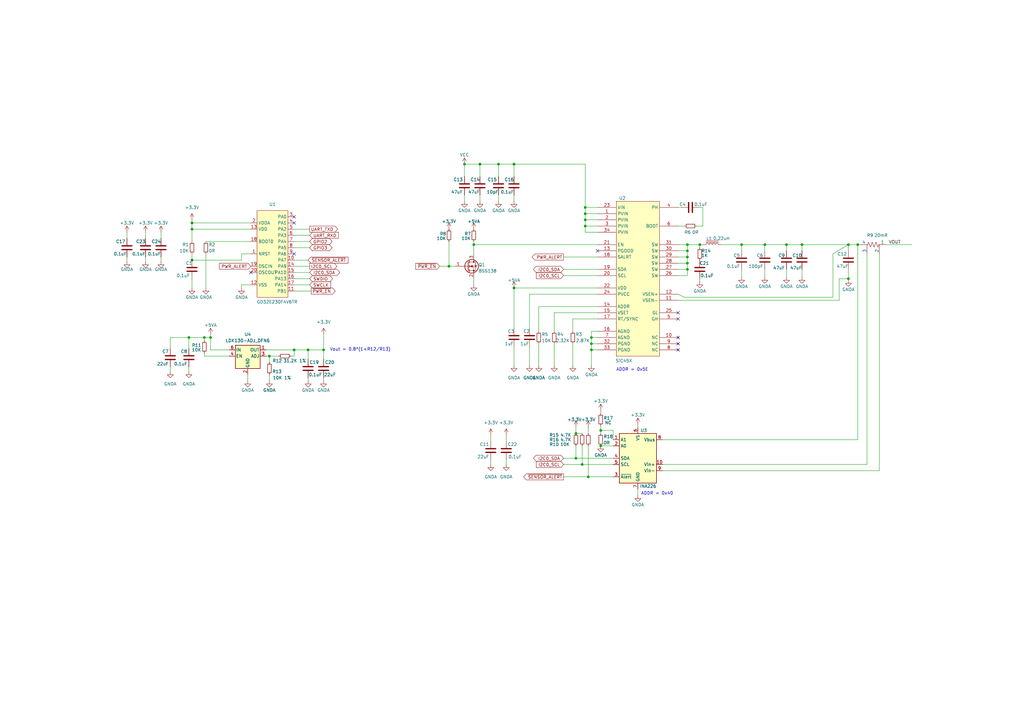
<source format=kicad_sch>
(kicad_sch (version 20230121) (generator eeschema)
  (paper "A3")
  (lib_symbols
    (symbol "Device:C" (pin_numbers hide) (pin_names (offset 0.254))
      (property "Reference" "C" (at 0.635 2.54 0))
      (property "Value" "C" (at 0.635 -2.54 0))
      (symbol "C_0_1"
        (polyline (pts (xy -2.032 -0.762) (xy 2.032 -0.762)) (stroke (width 0.508)))
        (polyline (pts (xy -2.032 0.762) (xy 2.032 0.762)) (stroke (width 0.508)))
      )
      (symbol "C_1_1"
        (pin passive line (at 0 3.81 270) (length 2.794) (name "~") (number "1"))
        (pin passive line (at 0 -3.81 90) (length 2.794) (name "~") (number "2"))
      )
    )
    (symbol "Device:L_Iron" (pin_numbers hide) (pin_names (offset 1.016) hide)
      (property "Reference" "L" (at -1.27 0 90))
      (property "Value" "L_Iron" (at 2.794 0 90))
      (symbol "L_Iron_0_1"
        (arc (start 0 -2.54) (mid 0.6323 -1.905) (end 0 -1.27))
        (arc (start 0 -1.27) (mid 0.6323 -0.635) (end 0 0))
        (polyline (pts (xy 1.016 2.54) (xy 1.016 -2.54)))
        (polyline (pts (xy 1.524 -2.54) (xy 1.524 2.54)))
        (arc (start 0 0) (mid 0.6323 0.635) (end 0 1.27))
        (arc (start 0 1.27) (mid 0.6323 1.905) (end 0 2.54))
      )
      (symbol "L_Iron_1_1"
        (pin passive line (at 0 3.81 270) (length 1.27) (name "1") (number "1"))
        (pin passive line (at 0 -3.81 90) (length 1.27) (name "2") (number "2"))
      )
    )
    (symbol "Device:R_Shunt_US" (pin_numbers hide) (pin_names (offset 0))
      (property "Reference" "R" (at -5.08 0 90))
      (property "Value" "R_Shunt_US" (at -3.048 0 90))
      (symbol "R_Shunt_US_1_1"
        (polyline (pts (xy 0 -2.54) (xy 1.27 -2.54)))
        (polyline (pts (xy 0 -2.286) (xy 0 -2.54)))
        (polyline (pts (xy 0 2.286) (xy 0 2.54)))
        (polyline (pts (xy 1.27 2.54) (xy 0 2.54)))
        (polyline (pts (xy 0 -0.762) (xy 1.016 -1.143) (xy 0 -1.524) (xy -1.016 -1.905) (xy 0 -2.286)))
        (polyline (pts (xy 0 0.762) (xy 1.016 0.381) (xy 0 0) (xy -1.016 -0.381) (xy 0 -0.762)))
        (polyline (pts (xy 0 2.286) (xy 1.016 1.905) (xy 0 1.524) (xy -1.016 1.143) (xy 0 0.762)))
        (pin passive line (at 0 5.08 270) (length 2.54) (name "1") (number "1"))
        (pin passive line (at 3.81 2.54 180) (length 2.54) (name "2") (number "2"))
        (pin passive line (at 3.81 -2.54 180) (length 2.54) (name "3") (number "3"))
        (pin passive line (at 0 -5.08 90) (length 2.54) (name "4") (number "4"))
      )
    )
    (symbol "Device:R_Small" (pin_numbers hide) (pin_names (offset 0.254) hide)
      (property "Reference" "R" (at 0.762 0.508 0))
      (property "Value" "R_Small" (at 0.762 -1.016 0))
      (symbol "R_Small_0_1"
        (rectangle (start -0.762 1.778) (end 0.762 -1.778) (stroke (width 0.2032)))
      )
      (symbol "R_Small_1_1"
        (pin passive line (at 0 2.54 270) (length 0.762) (name "~") (number "1"))
        (pin passive line (at 0 -2.54 90) (length 0.762) (name "~") (number "2"))
      )
    )
    (symbol "Regulator_Linear:LDK130-ADJ_DFN6" (pin_names (offset 0.254))
      (property "Reference" "U" (at -3.81 5.715 0))
      (property "Value" "LDK130-ADJ_DFN6" (at 0 5.715 0))
      (symbol "LDK130-ADJ_DFN6_0_1"
        (rectangle (start -5.08 4.445) (end 5.08 -5.08) (stroke (width 0.254)) (fill (type background)))
      )
      (symbol "LDK130-ADJ_DFN6_1_1"
        (pin power_out line (at 7.62 2.54 180) (length 2.54) (name "OUT") (number "1"))
        (pin power_in line (at 0 -7.62 90) (length 2.54) (name "GND") (number "2"))
        (pin input line (at 7.62 0 180) (length 2.54) (name "ADJ") (number "3"))
        (pin input line (at -7.62 0 0) (length 2.54) (name "EN") (number "4"))
        (pin no_connect line (at -5.08 -2.54 0) (length 2.54) hide (name "NC") (number "5"))
        (pin power_in line (at -7.62 2.54 0) (length 2.54) (name "IN") (number "6"))
      )
    )
    (symbol "Sensor_Energy:INA226"
      (property "Reference" "U" (at -6.35 11.43 0))
      (property "Value" "INA226" (at 3.81 11.43 0))
      (symbol "INA226_0_1"
        (rectangle (start 7.62 10.16) (end -7.62 -10.16) (stroke (width 0.254)) (fill (type background)))
      )
      (symbol "INA226_1_1"
        (pin input line (at 10.16 7.62 180) (length 2.54) (name "A1") (number "1"))
        (pin input line (at -10.16 -2.54 0) (length 2.54) (name "Vin+") (number "10"))
        (pin input line (at 10.16 5.08 180) (length 2.54) (name "A0") (number "2"))
        (pin open_collector line (at 10.16 -7.62 180) (length 2.54) (name "~{Alert}") (number "3"))
        (pin bidirectional line (at 10.16 0 180) (length 2.54) (name "SDA") (number "4"))
        (pin input line (at 10.16 -2.54 180) (length 2.54) (name "SCL") (number "5"))
        (pin power_in line (at 0 12.7 270) (length 2.54) (name "VS") (number "6"))
        (pin power_in line (at 0 -12.7 90) (length 2.54) (name "GND") (number "7"))
        (pin input line (at -10.16 7.62 0) (length 2.54) (name "Vbus") (number "8"))
        (pin input line (at -10.16 -5.08 0) (length 2.54) (name "Vin-") (number "9"))
      )
    )
    (symbol "Transistor_FET:BSS138" (pin_names hide)
      (property "Reference" "Q" (at 5.08 1.905 0))
      (property "Value" "BSS138" (at 5.08 0 0))
      (symbol "BSS138_0_1"
        (polyline (pts (xy 0.254 0) (xy -2.54 0)))
        (polyline (pts (xy 0.254 1.905) (xy 0.254 -1.905)) (stroke (width 0.254)))
        (polyline (pts (xy 0.762 -1.27) (xy 0.762 -2.286)) (stroke (width 0.254)))
        (polyline (pts (xy 0.762 0.508) (xy 0.762 -0.508)) (stroke (width 0.254)))
        (polyline (pts (xy 0.762 2.286) (xy 0.762 1.27)) (stroke (width 0.254)))
        (polyline (pts (xy 2.54 2.54) (xy 2.54 1.778)))
        (polyline (pts (xy 2.54 -2.54) (xy 2.54 0) (xy 0.762 0)))
        (polyline (pts (xy 0.762 -1.778) (xy 3.302 -1.778) (xy 3.302 1.778) (xy 0.762 1.778)))
        (polyline (pts (xy 1.016 0) (xy 2.032 0.381) (xy 2.032 -0.381) (xy 1.016 0)) (fill (type outline)))
        (polyline (pts (xy 2.794 0.508) (xy 2.921 0.381) (xy 3.683 0.381) (xy 3.81 0.254)))
        (polyline (pts (xy 3.302 0.381) (xy 2.921 -0.254) (xy 3.683 -0.254) (xy 3.302 0.381)))
        (circle (center 1.651 0) (radius 2.794) (stroke (width 0.254)))
        (circle (center 2.54 -1.778) (radius 0.254) (fill (type outline)))
        (circle (center 2.54 1.778) (radius 0.254) (fill (type outline)))
      )
      (symbol "BSS138_1_1"
        (pin input line (at -5.08 0 0) (length 2.54) (name "G") (number "1"))
        (pin passive line (at 2.54 -5.08 90) (length 2.54) (name "S") (number "2"))
        (pin passive line (at 2.54 5.08 270) (length 2.54) (name "D") (number "3"))
      )
    )
    (symbol "kiCadLib:GD32E230F4V6TR"
      (property "Reference" "U" (at 2.54 38.1 0))
      (symbol "GD32E230F4V6TR_1_1"
        (rectangle (start 0 35.56) (end 12.7 0) (fill (type background)))
        (pin passive line (at -2.54 17.78 0) (length 2.54) (name "NRST") (number "1"))
        (pin passive line (at 15.24 15.24 180) (length 2.54) (name "PA7") (number "10"))
        (pin passive line (at 15.24 2.54 180) (length 2.54) (name "PB1") (number "11"))
        (pin passive line (at -2.54 5.08 0) (length 2.54) (name "VSS") (number "12"))
        (pin passive line (at -2.54 27.94 0) (length 2.54) (name "VDD") (number "13"))
        (pin passive line (at 15.24 12.7 180) (length 2.54) (name "PA9") (number "14"))
        (pin passive line (at 15.24 10.16 180) (length 2.54) (name "PA10") (number "15"))
        (pin passive line (at 15.24 7.62 180) (length 2.54) (name "PA13") (number "16"))
        (pin passive line (at 15.24 5.08 180) (length 2.54) (name "PA14") (number "17"))
        (pin passive line (at -2.54 22.86 0) (length 2.54) (name "BOOT0") (number "18"))
        (pin passive line (at -2.54 12.7 0) (length 2.54) (name "OSCIN") (number "19"))
        (pin passive line (at -2.54 30.48 0) (length 2.54) (name "VDDA") (number "2"))
        (pin passive line (at -2.54 10.16 0) (length 2.54) (name "OSCOUT") (number "20"))
        (pin passive line (at 15.24 33.02 180) (length 2.54) (name "PA0") (number "3"))
        (pin passive line (at 15.24 30.48 180) (length 2.54) (name "PA1") (number "4"))
        (pin passive line (at 15.24 27.94 180) (length 2.54) (name "PA2") (number "5"))
        (pin passive line (at 15.24 25.4 180) (length 2.54) (name "PA3") (number "6"))
        (pin passive line (at 15.24 22.86 180) (length 2.54) (name "PA4") (number "7"))
        (pin passive line (at 15.24 20.32 180) (length 2.54) (name "PA5") (number "8"))
        (pin passive line (at 15.24 17.78 180) (length 2.54) (name "PA6") (number "9"))
      )
    )
    (symbol "kiCadLib:SIC450ED"
      (property "Reference" "U2" (at 5.08 66.04 0))
      (property "Value" "~" (at 0 66.04 0))
      (symbol "SIC450ED_0_1"
        (pin power_in line (at -7.62 58.42 0) (length 7.62) (name "PVIN") (number "1"))
        (pin no_connect line (at 25.4 7.62 180) (length 7.62) (name "NC") (number "10"))
        (pin unspecified line (at 25.4 22.86 180) (length 7.62) (name "VSEN-") (number "11"))
        (pin unspecified line (at 25.4 25.4 180) (length 7.62) (name "VSEN+") (number "12"))
        (pin power_in line (at -7.62 43.18 0) (length 7.62) (name "PGOOD") (number "13"))
        (pin unspecified line (at -7.62 20.32 0) (length 7.62) (name "ADDR") (number "14"))
        (pin unspecified line (at -7.62 17.78 0) (length 7.62) (name "VSET") (number "15"))
        (pin power_out line (at -7.62 10.16 0) (length 7.62) (name "AGND") (number "16"))
        (pin unspecified line (at -7.62 15.24 0) (length 7.62) (name "RT/SYNC") (number "17"))
        (pin unspecified line (at -7.62 40.64 0) (length 7.62) (name "SALRT") (number "18"))
        (pin bidirectional line (at -7.62 35.56 0) (length 7.62) (name "SDA") (number "19"))
        (pin power_in line (at -7.62 55.88 0) (length 7.62) (name "PVIN") (number "2"))
        (pin input line (at -7.62 33.02 0) (length 7.62) (name "SCL") (number "20"))
        (pin input line (at -7.62 45.72 0) (length 7.62) (name "EN") (number "21"))
        (pin power_in line (at -7.62 27.94 0) (length 7.62) (name "VDD") (number "22"))
        (pin power_in line (at -7.62 60.96 0) (length 7.62) (name "VIN") (number "23"))
        (pin power_in line (at -7.62 25.4 0) (length 7.62) (name "PVCC") (number "24"))
        (pin unspecified line (at 25.4 17.78 180) (length 7.62) (name "GL") (number "25"))
        (pin unspecified line (at 25.4 33.02 180) (length 7.62) (name "SW") (number "26"))
        (pin unspecified line (at 25.4 35.56 180) (length 7.62) (name "SW") (number "27"))
        (pin unspecified line (at 25.4 38.1 180) (length 7.62) (name "SW") (number "28"))
        (pin unspecified line (at 25.4 40.64 180) (length 7.62) (name "SW") (number "29"))
        (pin power_in line (at -7.62 53.34 0) (length 7.62) (name "PVIN") (number "3"))
        (pin unspecified line (at 25.4 43.18 180) (length 7.62) (name "SW") (number "30"))
        (pin unspecified line (at 25.4 45.72 180) (length 7.62) (name "SW") (number "31"))
        (pin power_out line (at -7.62 5.08 0) (length 7.62) (name "PGND") (number "32"))
        (pin power_out line (at -7.62 2.54 0) (length 7.62) (name "PGND") (number "33"))
        (pin power_in line (at -7.62 50.8 0) (length 7.62) (name "PVIN") (number "34"))
        (pin unspecified line (at 25.4 60.96 180) (length 7.62) (name "PH") (number "4"))
        (pin unspecified line (at 25.4 15.24 180) (length 7.62) (name "GH") (number "5"))
        (pin unspecified line (at 25.4 53.34 180) (length 7.62) (name "BOOT") (number "6"))
        (pin power_out line (at -7.62 7.62 0) (length 7.62) (name "AGND") (number "7"))
        (pin no_connect line (at 25.4 2.54 180) (length 7.62) (name "NC") (number "8"))
        (pin no_connect line (at 25.4 5.08 180) (length 7.62) (name "NC") (number "9"))
      )
      (symbol "SIC450ED_1_1"
        (rectangle (start 0 63.5) (end 17.78 0) (fill (type background)))
      )
    )
    (symbol "power:+3.3V" (power) (pin_names (offset 0))
      (property "Value" "+3.3V" (at 0 3.556 0))
      (symbol "+3.3V_0_1"
        (polyline (pts (xy -0.762 1.27) (xy 0 2.54)))
        (polyline (pts (xy 0 0) (xy 0 2.54)))
        (polyline (pts (xy 0 2.54) (xy 0.762 1.27)))
      )
      (symbol "+3.3V_1_1"
        (pin power_in line (at 0 0 90) (length 0) hide (name "+3.3V") (number "1"))
      )
    )
    (symbol "power:+5VA" (power) (pin_names (offset 0))
      (property "Value" "+5VA" (at 0 3.556 0))
      (symbol "+5VA_0_1"
        (polyline (pts (xy -0.762 1.27) (xy 0 2.54)))
        (polyline (pts (xy 0 0) (xy 0 2.54)))
        (polyline (pts (xy 0 2.54) (xy 0.762 1.27)))
      )
      (symbol "+5VA_1_1"
        (pin power_in line (at 0 0 90) (length 0) hide (name "+5VA") (number "1"))
      )
    )
    (symbol "power:GNDA" (power) (pin_names (offset 0))
      (property "Value" "GNDA" (at 0 -3.81 0))
      (symbol "GNDA_0_1"
        (polyline (pts (xy 0 0) (xy 0 -1.27) (xy 1.27 -1.27) (xy 0 -2.54) (xy -1.27 -1.27) (xy 0 -1.27)))
      )
      (symbol "GNDA_1_1"
        (pin power_in line (at 0 0 270) (length 0) hide (name "GNDA") (number "1"))
      )
    )
    (symbol "power:VCC" (power) (pin_names (offset 0))
      (property "Value" "VCC" (at 0 3.81 0))
      (symbol "VCC_0_1"
        (polyline (pts (xy -0.762 1.27) (xy 0 2.54)))
        (polyline (pts (xy 0 0) (xy 0 2.54)))
        (polyline (pts (xy 0 2.54) (xy 0.762 1.27)))
      )
      (symbol "VCC_1_1"
        (pin power_in line (at 0 0 90) (length 0) hide (name "VCC") (number "1"))
      )
    )
  )
  (junction (at 246.38 176.53))
  (junction (at 347.98 114.3))
  (junction (at 126.365 143.51))
  (junction (at 194.31 100.33))
  (junction (at 78.74 93.98))
  (junction (at 281.94 105.41))
  (junction (at 190.5 67.31))
  (junction (at 242.57 143.51))
  (junction (at 240.03 87.63))
  (junction (at 328.93 100.33))
  (junction (at 241.3 195.58))
  (junction (at 240.03 90.17))
  (junction (at 240.03 92.71))
  (junction (at 281.94 107.95))
  (junction (at 322.58 100.33))
  (junction (at 120.65 143.51))
  (junction (at 210.82 118.11))
  (junction (at 240.03 85.09))
  (junction (at 347.98 100.33))
  (junction (at 78.74 106.68))
  (junction (at 236.22 177.8))
  (junction (at 196.85 67.31))
  (junction (at 238.76 190.5))
  (junction (at 83.82 138.43))
  (junction (at 351.79 100.33))
  (junction (at 86.36 138.43))
  (junction (at 132.715 143.51))
  (junction (at 242.57 138.43))
  (junction (at 78.74 91.44))
  (junction (at 204.47 67.31))
  (junction (at 110.49 146.05))
  (junction (at 77.47 138.43))
  (junction (at 242.57 140.97))
  (junction (at 210.82 67.31))
  (junction (at 246.38 182.88))
  (junction (at 287.02 100.33))
  (junction (at 313.69 100.33))
  (junction (at 304.165 100.33))
  (junction (at 236.22 187.96))
  (junction (at 281.94 100.33))
  (junction (at 281.94 102.87))
  (junction (at 281.94 110.49))
  (junction (at 184.15 109.22))
  (no_connect (at 102.87 111.76))
  (no_connect (at 120.65 88.9))
  (no_connect (at 278.13 130.81))
  (no_connect (at 278.13 128.27))
  (no_connect (at 278.13 143.51))
  (no_connect (at 278.13 138.43))
  (no_connect (at 120.65 104.14))
  (no_connect (at 120.65 91.44))
  (no_connect (at 278.13 140.97))
  (no_connect (at 245.11 102.87))
  (wire (pts (xy 245.11 130.81) (xy 234.95 130.81)))
  (wire (pts (xy 245.11 125.73) (xy 220.98 125.73)))
  (wire (pts (xy 322.58 100.33) (xy 322.58 102.87)))
  (wire (pts (xy 231.14 110.49) (xy 245.11 110.49)))
  (wire (pts (xy 271.78 180.34) (xy 351.79 180.34)))
  (wire (pts (xy 240.03 95.25) (xy 240.03 92.71)))
  (wire (pts (xy 246.38 168.275) (xy 246.38 169.545)))
  (wire (pts (xy 78.74 99.06) (xy 78.74 93.98)))
  (wire (pts (xy 251.46 182.88) (xy 246.38 182.88)))
  (wire (pts (xy 240.03 85.09) (xy 245.11 85.09)))
  (wire (pts (xy 242.57 135.89) (xy 242.57 138.43)))
  (wire (pts (xy 59.69 107.315) (xy 59.69 105.41)))
  (wire (pts (xy 240.03 90.17) (xy 245.11 90.17)))
  (wire (pts (xy 313.69 100.33) (xy 313.69 102.87)))
  (wire (pts (xy 207.645 178.435) (xy 207.645 180.975)))
  (wire (pts (xy 52.07 107.315) (xy 52.07 105.41)))
  (wire (pts (xy 220.98 125.73) (xy 220.98 135.89)))
  (wire (pts (xy 238.76 190.5) (xy 231.14 190.5)))
  (wire (pts (xy 278.13 100.33) (xy 281.94 100.33)))
  (wire (pts (xy 78.74 118.11) (xy 78.74 114.3)))
  (wire (pts (xy 66.04 95.25) (xy 66.04 97.79)))
  (wire (pts (xy 126.365 106.68) (xy 120.65 106.68)))
  (wire (pts (xy 120.65 93.98) (xy 127 93.98)))
  (wire (pts (xy 120.65 99.06) (xy 127 99.06)))
  (wire (pts (xy 59.69 95.25) (xy 59.69 97.79)))
  (wire (pts (xy 251.46 187.96) (xy 236.22 187.96)))
  (wire (pts (xy 86.36 138.43) (xy 86.36 143.51)))
  (wire (pts (xy 241.3 175.26) (xy 241.3 177.8)))
  (wire (pts (xy 241.3 182.88) (xy 241.3 195.58)))
  (wire (pts (xy 245.11 135.89) (xy 242.57 135.89)))
  (wire (pts (xy 245.11 118.11) (xy 210.82 118.11)))
  (wire (pts (xy 281.94 100.33) (xy 287.02 100.33)))
  (wire (pts (xy 281.94 105.41) (xy 281.94 102.87)))
  (wire (pts (xy 351.79 100.33) (xy 353.06 100.33)))
  (wire (pts (xy 242.57 140.97) (xy 242.57 143.51)))
  (wire (pts (xy 93.98 143.51) (xy 86.36 143.51)))
  (wire (pts (xy 120.65 111.76) (xy 127 111.76)))
  (wire (pts (xy 347.98 114.935) (xy 347.98 114.3)))
  (wire (pts (xy 78.74 91.44) (xy 102.87 91.44)))
  (wire (pts (xy 110.49 153.67) (xy 110.49 156.21)))
  (wire (pts (xy 246.38 174.625) (xy 246.38 176.53)))
  (wire (pts (xy 360.68 104.14) (xy 360.68 193.04)))
  (wire (pts (xy 236.22 182.88) (xy 236.22 187.96)))
  (wire (pts (xy 102.87 99.06) (xy 84.455 99.06)))
  (wire (pts (xy 287.02 114.3) (xy 287.02 115.57)))
  (wire (pts (xy 295.91 100.33) (xy 304.165 100.33)))
  (wire (pts (xy 120.65 109.22) (xy 127 109.22)))
  (wire (pts (xy 281.94 113.03) (xy 281.94 110.49)))
  (wire (pts (xy 210.82 67.31) (xy 240.03 67.31)))
  (wire (pts (xy 231.14 113.03) (xy 245.11 113.03)))
  (wire (pts (xy 242.57 138.43) (xy 242.57 140.97)))
  (wire (pts (xy 281.94 102.87) (xy 281.94 100.33)))
  (wire (pts (xy 196.85 82.55) (xy 196.85 80.01)))
  (wire (pts (xy 240.03 92.71) (xy 240.03 90.17)))
  (wire (pts (xy 236.22 175.26) (xy 236.22 177.8)))
  (wire (pts (xy 99.06 104.14) (xy 102.87 104.14)))
  (wire (pts (xy 52.07 97.79) (xy 52.07 95.25)))
  (wire (pts (xy 278.13 105.41) (xy 281.94 105.41)))
  (wire (pts (xy 210.82 82.55) (xy 210.82 80.01)))
  (wire (pts (xy 196.85 67.31) (xy 196.85 72.39)))
  (wire (pts (xy 102.87 116.84) (xy 99.06 116.84)))
  (wire (pts (xy 278.13 123.19) (xy 344.17 123.19)))
  (wire (pts (xy 194.31 100.33) (xy 245.11 100.33)))
  (wire (pts (xy 241.3 195.58) (xy 231.14 195.58)))
  (wire (pts (xy 120.65 116.84) (xy 127 116.84)))
  (wire (pts (xy 280.67 92.71) (xy 278.13 92.71)))
  (wire (pts (xy 207.645 190.5) (xy 207.645 188.595)))
  (wire (pts (xy 242.57 143.51) (xy 242.57 149.86)))
  (wire (pts (xy 236.22 177.8) (xy 238.76 177.8)))
  (wire (pts (xy 110.49 146.05) (xy 114.3 146.05)))
  (wire (pts (xy 236.22 187.96) (xy 231.14 187.96)))
  (wire (pts (xy 313.69 110.49) (xy 313.69 113.665)))
  (wire (pts (xy 240.03 92.71) (xy 245.11 92.71)))
  (wire (pts (xy 242.57 138.43) (xy 245.11 138.43)))
  (wire (pts (xy 83.82 146.05) (xy 83.82 144.78)))
  (wire (pts (xy 271.78 193.04) (xy 360.68 193.04)))
  (wire (pts (xy 201.295 190.5) (xy 201.295 188.595)))
  (wire (pts (xy 245.11 95.25) (xy 240.03 95.25)))
  (wire (pts (xy 101.6 153.67) (xy 101.6 156.21)))
  (wire (pts (xy 245.11 120.65) (xy 217.17 120.65)))
  (wire (pts (xy 261.62 173.99) (xy 261.62 175.26)))
  (wire (pts (xy 261.62 203.2) (xy 261.62 200.66)))
  (wire (pts (xy 278.13 120.65) (xy 280.67 121.92)))
  (wire (pts (xy 110.49 146.05) (xy 110.49 148.59)))
  (wire (pts (xy 102.87 93.98) (xy 78.74 93.98)))
  (wire (pts (xy 120.65 119.38) (xy 127.635 119.38)))
  (wire (pts (xy 347.98 100.33) (xy 347.98 102.87)))
  (wire (pts (xy 132.715 143.51) (xy 126.365 143.51)))
  (wire (pts (xy 322.58 113.665) (xy 322.58 110.49)))
  (wire (pts (xy 184.15 109.22) (xy 186.69 109.22)))
  (wire (pts (xy 120.65 146.05) (xy 119.38 146.05)))
  (wire (pts (xy 278.13 113.03) (xy 281.94 113.03)))
  (wire (pts (xy 278.13 107.95) (xy 281.94 107.95)))
  (wire (pts (xy 287.02 100.33) (xy 287.02 101.6)))
  (wire (pts (xy 190.5 82.55) (xy 190.5 80.01)))
  (wire (pts (xy 322.58 100.33) (xy 328.93 100.33)))
  (wire (pts (xy 344.17 114.3) (xy 347.98 114.3)))
  (wire (pts (xy 238.76 182.88) (xy 238.76 190.5)))
  (wire (pts (xy 240.03 87.63) (xy 245.11 87.63)))
  (wire (pts (xy 220.98 140.97) (xy 220.98 149.86)))
  (wire (pts (xy 341.63 104.14) (xy 347.98 100.33)))
  (wire (pts (xy 180.34 109.22) (xy 184.15 109.22)))
  (wire (pts (xy 288.29 85.09) (xy 288.29 92.71)))
  (wire (pts (xy 69.85 138.43) (xy 69.85 142.875)))
  (wire (pts (xy 190.5 67.31) (xy 196.85 67.31)))
  (wire (pts (xy 196.85 67.31) (xy 204.47 67.31)))
  (wire (pts (xy 304.165 110.49) (xy 304.165 113.665)))
  (wire (pts (xy 287.02 85.09) (xy 288.29 85.09)))
  (wire (pts (xy 271.78 190.5) (xy 355.6 190.5)))
  (wire (pts (xy 251.46 176.53) (xy 246.38 176.53)))
  (wire (pts (xy 99.06 106.68) (xy 99.06 104.14)))
  (wire (pts (xy 304.165 100.33) (xy 304.165 102.87)))
  (wire (pts (xy 77.47 142.875) (xy 77.47 138.43)))
  (wire (pts (xy 245.11 128.27) (xy 227.33 128.27)))
  (wire (pts (xy 246.38 176.53) (xy 246.38 177.8)))
  (wire (pts (xy 126.365 156.21) (xy 126.365 154.94)))
  (wire (pts (xy 355.6 104.14) (xy 355.6 190.5)))
  (wire (pts (xy 313.69 100.33) (xy 322.58 100.33)))
  (wire (pts (xy 120.65 96.52) (xy 127 96.52)))
  (wire (pts (xy 69.85 138.43) (xy 77.47 138.43)))
  (wire (pts (xy 120.65 101.6) (xy 127 101.6)))
  (wire (pts (xy 242.57 143.51) (xy 245.11 143.51)))
  (wire (pts (xy 201.295 178.435) (xy 201.295 180.975)))
  (wire (pts (xy 251.46 176.53) (xy 251.46 180.34)))
  (wire (pts (xy 132.715 143.51) (xy 132.715 147.32)))
  (wire (pts (xy 77.47 152.4) (xy 77.47 150.495)))
  (wire (pts (xy 83.82 138.43) (xy 86.36 138.43)))
  (wire (pts (xy 240.03 87.63) (xy 240.03 85.09)))
  (wire (pts (xy 132.715 137.16) (xy 132.715 143.51)))
  (wire (pts (xy 328.93 100.33) (xy 328.93 102.87)))
  (wire (pts (xy 281.94 107.95) (xy 281.94 105.41)))
  (wire (pts (xy 210.82 149.86) (xy 210.82 142.24)))
  (wire (pts (xy 204.47 67.31) (xy 204.47 72.39)))
  (wire (pts (xy 99.06 116.84) (xy 99.06 118.11)))
  (wire (pts (xy 304.165 100.33) (xy 313.69 100.33)))
  (wire (pts (xy 194.31 99.06) (xy 194.31 100.33)))
  (wire (pts (xy 210.82 67.31) (xy 210.82 72.39)))
  (wire (pts (xy 251.46 190.5) (xy 238.76 190.5)))
  (wire (pts (xy 347.98 114.3) (xy 347.98 110.49)))
  (wire (pts (xy 278.13 110.49) (xy 281.94 110.49)))
  (wire (pts (xy 83.82 139.7) (xy 83.82 138.43)))
  (wire (pts (xy 120.65 114.3) (xy 127 114.3)))
  (wire (pts (xy 328.93 100.33) (xy 347.98 100.33)))
  (wire (pts (xy 231.14 105.41) (xy 245.11 105.41)))
  (wire (pts (xy 120.65 143.51) (xy 126.365 143.51)))
  (wire (pts (xy 217.17 120.65) (xy 217.17 134.62)))
  (wire (pts (xy 341.63 104.14) (xy 341.63 121.92)))
  (wire (pts (xy 83.82 146.05) (xy 93.98 146.05)))
  (wire (pts (xy 278.13 102.87) (xy 281.94 102.87)))
  (wire (pts (xy 328.93 113.665) (xy 328.93 110.49)))
  (wire (pts (xy 69.85 152.4) (xy 69.85 150.495)))
  (wire (pts (xy 78.74 91.44) (xy 78.74 90.17)))
  (wire (pts (xy 351.79 100.33) (xy 351.79 180.34)))
  (wire (pts (xy 242.57 140.97) (xy 245.11 140.97)))
  (wire (pts (xy 194.31 116.84) (xy 194.31 114.3)))
  (wire (pts (xy 234.95 140.97) (xy 234.95 149.86)))
  (wire (pts (xy 78.74 106.68) (xy 99.06 106.68)))
  (wire (pts (xy 132.715 156.21) (xy 132.715 154.94)))
  (wire (pts (xy 184.15 99.06) (xy 184.15 109.22)))
  (wire (pts (xy 217.17 149.86) (xy 217.17 142.24)))
  (wire (pts (xy 78.74 104.14) (xy 78.74 106.68)))
  (wire (pts (xy 279.4 85.09) (xy 278.13 85.09)))
  (wire (pts (xy 363.22 100.33) (xy 374.015 100.33)))
  (wire (pts (xy 288.29 92.71) (xy 285.75 92.71)))
  (wire (pts (xy 78.74 93.98) (xy 78.74 91.44)))
  (wire (pts (xy 86.36 137.16) (xy 86.36 138.43)))
  (wire (pts (xy 66.04 105.41) (xy 66.04 107.315)))
  (wire (pts (xy 344.17 123.19) (xy 344.17 114.3)))
  (wire (pts (xy 204.47 82.55) (xy 204.47 80.01)))
  (wire (pts (xy 194.31 100.33) (xy 194.31 104.14)))
  (wire (pts (xy 241.3 195.58) (xy 251.46 195.58)))
  (wire (pts (xy 109.22 143.51) (xy 120.65 143.51)))
  (wire (pts (xy 120.65 143.51) (xy 120.65 146.05)))
  (wire (pts (xy 126.365 143.51) (xy 126.365 147.32)))
  (wire (pts (xy 204.47 67.31) (xy 210.82 67.31)))
  (wire (pts (xy 210.82 118.11) (xy 210.82 134.62)))
  (wire (pts (xy 227.33 128.27) (xy 227.33 135.89)))
  (wire (pts (xy 190.5 67.31) (xy 190.5 72.39)))
  (wire (pts (xy 240.03 90.17) (xy 240.03 87.63)))
  (wire (pts (xy 347.98 100.33) (xy 351.79 100.33)))
  (wire (pts (xy 281.94 110.49) (xy 281.94 107.95)))
  (wire (pts (xy 227.33 140.97) (xy 227.33 149.86)))
  (wire (pts (xy 234.95 130.81) (xy 234.95 135.89)))
  (wire (pts (xy 287.02 100.33) (xy 288.29 100.33)))
  (wire (pts (xy 84.455 104.14) (xy 84.455 118.11)))
  (wire (pts (xy 109.22 146.05) (xy 110.49 146.05)))
  (wire (pts (xy 280.67 121.92) (xy 341.63 121.92)))
  (wire (pts (xy 77.47 138.43) (xy 83.82 138.43)))
  (wire (pts (xy 240.03 85.09) (xy 240.03 67.31)))
  (text "Vout = 0.8*(1+R12/R13)" (at 135.255 144.145 0) (effects (font (size 1.27 1.27)) (justify left bottom)))
  (text "ADDR = 0x40\n" (at 262.89 203.2 0) (effects (font (size 1.27 1.27)) (justify left bottom)))
  (text "ADDR = 0x5E\n" (at 252.73 152.4 0) (effects (font (size 1.27 1.27)) (justify left bottom)))
  (label "VOUT" (at 364.49 100.33 0))
  (global_label "~{SENSOR_ALERT}" (shape output) (at 231.14 195.58 180) (property "Intersheetrefs" "${INTERSHEET_REFS}" (effects hide)))
  (global_label "~{PWR_EN}" (shape output) (at 127.635 119.38 0) (property "Intersheetrefs" "${INTERSHEET_REFS}" (effects hide)))
  (global_label "GPIO3" (shape bidirectional) (at 127 101.6 0) (property "Intersheetrefs" "${INTERSHEET_REFS}" (effects hide)))
  (global_label "UART_TXD" (shape output) (at 127 93.98 0) (property "Intersheetrefs" "${INTERSHEET_REFS}" (effects hide)))
  (global_label "SWCLK" (shape input) (at 127 116.84 0) (property "Intersheetrefs" "${INTERSHEET_REFS}" (effects hide)))
  (global_label "PWR_ALERT" (shape input) (at 102.87 109.22 180) (property "Intersheetrefs" "${INTERSHEET_REFS}" (effects hide)))
  (global_label "I2C0_SCL" (shape input) (at 231.14 113.03 180) (property "Intersheetrefs" "${INTERSHEET_REFS}" (effects hide)))
  (global_label "~{PWR_EN}" (shape input) (at 180.34 109.22 180) (property "Intersheetrefs" "${INTERSHEET_REFS}" (effects hide)))
  (global_label "~{SENSOR_ALERT}" (shape input) (at 126.365 106.68 0) (property "Intersheetrefs" "${INTERSHEET_REFS}" (effects hide)))
  (global_label "GPIO2" (shape bidirectional) (at 127 99.06 0) (property "Intersheetrefs" "${INTERSHEET_REFS}" (effects hide)))
  (global_label "I2C0_SDA" (shape bidirectional) (at 127 111.76 0) (property "Intersheetrefs" "${INTERSHEET_REFS}" (effects hide)))
  (global_label "I2C0_SCL" (shape input) (at 231.14 190.5 180) (property "Intersheetrefs" "${INTERSHEET_REFS}" (effects hide)))
  (global_label "I2C0_SDA" (shape bidirectional) (at 231.14 187.96 180) (property "Intersheetrefs" "${INTERSHEET_REFS}" (effects hide)))
  (global_label "SWDIO" (shape bidirectional) (at 127 114.3 0) (property "Intersheetrefs" "${INTERSHEET_REFS}" (effects hide)))
  (global_label "I2C0_SDA" (shape bidirectional) (at 231.14 110.49 180) (property "Intersheetrefs" "${INTERSHEET_REFS}" (effects hide)))
  (global_label "PWR_ALERT" (shape output) (at 231.14 105.41 180) (property "Intersheetrefs" "${INTERSHEET_REFS}" (effects hide)))
  (global_label "I2C0_SCL" (shape output) (at 127 109.22 0) (property "Intersheetrefs" "${INTERSHEET_REFS}" (effects hide)))
  (global_label "UART_RXD" (shape input) (at 127 96.52 0) (property "Intersheetrefs" "${INTERSHEET_REFS}" (effects hide)))
  (symbol (lib_id "power:+3.3V") (at 207.645 178.435 0) (unit 1)
    (property "Reference" "#PWR046" (effects hide))
    (property "Value" "+3.3V" (at 207.645 173.355 0))
  )
  (symbol (lib_id "Device:C") (at 287.02 110.49 0) (unit 1)
    (property "Reference" "C21" (at 290.83 107.95 0) (effects (justify right)))
    (property "Value" "0.1uF" (at 292.735 113.03 0) (effects (justify right)))
    (property "Footprint" "Capacitor_SMD:C_0603_1608Metric" (effects hide))
  )
  (symbol (lib_id "power:GNDA") (at 217.17 149.86 0) (unit 1)
    (property "Reference" "#PWR012" (effects hide))
    (property "Value" "GNDA" (at 217.17 154.94 0))
  )
  (symbol (lib_id "power:GNDA") (at 261.62 203.2 0) (mirror y) (unit 1)
    (property "Reference" "#PWR08" (effects hide))
    (property "Value" "GNDA" (at 261.62 207.01 0))
  )
  (symbol (lib_id "Device:R_Small") (at 184.15 96.52 0) (unit 1)
    (property "Reference" "R8" (at 180.34 95.885 0) (effects (justify left)))
    (property "Value" "10K" (at 179.07 97.79 0) (effects (justify left)))
    (property "Footprint" "Resistor_SMD:R_0402_1005Metric" (effects hide))
  )
  (symbol (lib_id "power:GNDA") (at 207.645 190.5 0) (mirror y) (unit 1)
    (property "Reference" "#PWR027" (effects hide))
    (property "Value" "GNDA" (at 207.645 195.58 0))
  )
  (symbol (lib_id "Device:C") (at 304.165 106.68 0) (unit 1)
    (property "Reference" "C5" (at 303.53 104.775 0) (effects (justify right)))
    (property "Value" "0.1uF" (at 303.53 109.22 0) (effects (justify right)))
    (property "Footprint" "Capacitor_SMD:C_0603_1608Metric" (effects hide))
  )
  (symbol (lib_id "Device:C") (at 347.98 106.68 0) (unit 1)
    (property "Reference" "C12" (at 347.345 104.14 0) (effects (justify right)))
    (property "Value" "47uF" (at 347.98 109.22 0) (effects (justify right)))
    (property "Footprint" "Capacitor_SMD:C_1210_3225Metric" (effects hide))
  )
  (symbol (lib_id "Device:C") (at 217.17 138.43 180) (unit 1)
    (property "Reference" "C2" (at 214.63 135.89 0) (effects (justify right)))
    (property "Value" "1uF" (at 213.36 140.97 0) (effects (justify right)))
    (property "Footprint" "Capacitor_SMD:C_0603_1608Metric" (effects hide))
  )
  (symbol (lib_id "power:+3.3V") (at 184.15 93.98 0) (unit 1)
    (property "Reference" "#PWR032" (effects hide))
    (property "Value" "+3.3V" (at 184.15 90.805 0))
  )
  (symbol (lib_id "Device:R_Small") (at 238.76 180.34 180) (unit 1)
    (property "Reference" "R16" (at 229.235 180.34 0) (effects (justify left)))
    (property "Value" "4.7K" (at 234.315 180.34 0) (effects (justify left)))
    (property "Footprint" "Resistor_SMD:R_0402_1005Metric" (effects hide))
  )
  (symbol (lib_id "power:GNDA") (at 242.57 149.86 0) (unit 1)
    (property "Reference" "#PWR05" (effects hide))
    (property "Value" "GNDA" (at 242.57 153.67 0))
  )
  (symbol (lib_id "power:GNDA") (at 110.49 156.21 0) (mirror y) (unit 1)
    (property "Reference" "#PWR038" (effects hide))
    (property "Value" "GNDA" (at 110.49 160.02 0))
  )
  (symbol (lib_id "power:VCC") (at 190.5 67.31 0) (unit 1)
    (property "Reference" "#PWR028" (effects hide))
    (property "Value" "VCC" (at 190.5 63.5 0))
  )
  (symbol (lib_id "Regulator_Linear:LDK130-ADJ_DFN6") (at 101.6 146.05 0) (unit 1)
    (property "Reference" "U4" (at 101.6 137.16 0))
    (property "Value" "LDK130-ADJ_DFN6" (at 101.6 139.7 0))
    (property "Footprint" "Package_DFN_QFN:DFN-6_1.3x1.2mm_P0.4mm" (effects hide))
    (property "Datasheet" "http://www.st.com/content/ccc/resource/technical/document/datasheet/29/10/f7/87/2f/66/47/f4/DM00076097.pdf/files/DM00076097.pdf/jcr:content/translations/en.DM00076097.pdf" (effects hide))
  )
  (symbol (lib_id "Device:R_Small") (at 246.38 180.34 180) (unit 1)
    (property "Reference" "R18" (at 251.46 179.07 0) (effects (justify left)))
    (property "Value" "0R" (at 250.19 181.61 0) (effects (justify left)))
    (property "Footprint" "Resistor_SMD:R_0402_1005Metric" (effects hide))
  )
  (symbol (lib_id "power:GNDA") (at 322.58 113.665 0) (unit 1)
    (property "Reference" "#PWR023" (effects hide))
    (property "Value" "GNDA" (at 322.58 117.475 0))
  )
  (symbol (lib_id "Device:R_Small") (at 236.22 180.34 180) (unit 1)
    (property "Reference" "R15" (at 229.235 178.435 0) (effects (justify left)))
    (property "Value" "4.7K" (at 234.315 178.435 0) (effects (justify left)))
    (property "Footprint" "Resistor_SMD:R_0402_1005Metric" (effects hide))
  )
  (symbol (lib_id "power:GNDA") (at 287.02 115.57 0) (unit 1)
    (property "Reference" "#PWR041" (effects hide))
    (property "Value" "GNDA" (at 287.02 119.38 0))
  )
  (symbol (lib_id "power:+3.3V") (at 241.3 175.26 0) (unit 1)
    (property "Reference" "#PWR034" (effects hide))
    (property "Value" "+3.3V" (at 241.3 172.085 0))
  )
  (symbol (lib_id "power:GNDA") (at 196.85 82.55 0) (unit 1)
    (property "Reference" "#PWR014" (effects hide))
    (property "Value" "GNDA" (at 196.85 86.36 0))
  )
  (symbol (lib_id "Device:C") (at 190.5 76.2 0) (unit 1)
    (property "Reference" "C13" (at 189.865 73.66 0) (effects (justify right)))
    (property "Value" "47uF" (at 189.865 78.74 0) (effects (justify right)))
    (property "Footprint" "Capacitor_SMD:C_1210_3225Metric" (effects hide))
  )
  (symbol (lib_id "Device:C") (at 201.295 184.785 0) (unit 1)
    (property "Reference" "C11" (at 200.66 182.245 0) (effects (justify right)))
    (property "Value" "22uF" (at 200.66 187.325 0) (effects (justify right)))
    (property "Footprint" "Capacitor_SMD:C_0603_1608Metric" (effects hide))
  )
  (symbol (lib_id "Device:C") (at 328.93 106.68 0) (unit 1)
    (property "Reference" "C10" (at 328.93 104.775 0) (effects (justify right)))
    (property "Value" "47uF" (at 328.93 109.855 0) (effects (justify right)))
    (property "Footprint" "Capacitor_SMD:C_1210_3225Metric" (effects hide))
  )
  (symbol (lib_id "power:+3.3V") (at 236.22 175.26 0) (unit 1)
    (property "Reference" "#PWR042" (effects hide))
    (property "Value" "+3.3V" (at 235.585 172.085 0))
  )
  (symbol (lib_id "power:GNDA") (at 328.93 113.665 0) (unit 1)
    (property "Reference" "#PWR024" (effects hide))
    (property "Value" "GNDA" (at 328.93 117.475 0))
  )
  (symbol (lib_id "Device:R_Small") (at 227.33 138.43 180) (unit 1)
    (property "Reference" "R4" (at 231.14 137.16 0) (effects (justify left)))
    (property "Value" "2.32K" (at 233.68 139.7 0) (effects (justify left)))
    (property "Footprint" "Resistor_SMD:R_0402_1005Metric" (effects hide))
  )
  (symbol (lib_id "power:+3.3V") (at 132.715 137.16 0) (unit 1)
    (property "Reference" "#PWR037" (effects hide))
    (property "Value" "+3.3V" (at 132.715 132.08 0))
  )
  (symbol (lib_id "power:+3.3V") (at 201.295 178.435 0) (unit 1)
    (property "Reference" "#PWR045" (effects hide))
    (property "Value" "+3.3V" (at 201.295 173.355 0))
  )
  (symbol (lib_id "Device:R_Small") (at 241.3 180.34 180) (unit 1)
    (property "Reference" "R10" (at 229.235 182.245 0) (effects (justify left)))
    (property "Value" "10K" (at 233.68 182.245 0) (effects (justify left)))
    (property "Footprint" "Resistor_SMD:R_0402_1005Metric" (effects hide))
  )
  (symbol (lib_id "power:GNDA") (at 201.295 190.5 0) (mirror y) (unit 1)
    (property "Reference" "#PWR025" (effects hide))
    (property "Value" "GNDA" (at 201.295 195.58 0))
  )
  (symbol (lib_id "Device:C") (at 52.07 101.6 0) (unit 1)
    (property "Reference" "C17" (at 51.435 99.06 0) (effects (justify right)))
    (property "Value" "0.1uF" (at 52.07 104.14 0) (effects (justify right)))
    (property "Footprint" "Capacitor_SMD:C_0603_1608Metric" (effects hide))
  )
  (symbol (lib_id "power:GNDA") (at 78.74 118.11 0) (mirror y) (unit 1)
    (property "Reference" "#PWR07" (effects hide))
    (property "Value" "GNDA" (at 78.74 121.92 0))
  )
  (symbol (lib_id "power:GNDA") (at 210.82 82.55 0) (unit 1)
    (property "Reference" "#PWR016" (effects hide))
    (property "Value" "GNDA" (at 210.82 86.36 0))
  )
  (symbol (lib_id "power:+3.3V") (at 261.62 173.99 0) (unit 1)
    (property "Reference" "#PWR033" (effects hide))
    (property "Value" "+3.3V" (at 261.62 170.18 0))
  )
  (symbol (lib_id "Device:R_Small") (at 283.21 92.71 270) (unit 1)
    (property "Reference" "R6" (at 280.67 95.25 90) (effects (justify left)))
    (property "Value" "0R" (at 283.845 95.25 90) (effects (justify left)))
    (property "Footprint" "Resistor_SMD:R_0402_1005Metric" (effects hide))
  )
  (symbol (lib_id "Device:R_Small") (at 78.74 101.6 180) (unit 1)
    (property "Reference" "R1" (at 77.47 100.33 0) (effects (justify left)))
    (property "Value" "10K" (at 77.47 102.87 0) (effects (justify left)))
    (property "Footprint" "Resistor_SMD:R_0402_1005Metric" (effects hide))
  )
  (symbol (lib_id "power:GNDA") (at 227.33 149.86 0) (unit 1)
    (property "Reference" "#PWR010" (effects hide))
    (property "Value" "GNDA" (at 227.33 154.94 0))
  )
  (symbol (lib_id "Device:R_Small") (at 83.82 142.24 180) (unit 1)
    (property "Reference" "R11" (at 82.55 141.605 0) (effects (justify left)))
    (property "Value" "10K" (at 82.55 143.51 0) (effects (justify left)))
    (property "Footprint" "Resistor_SMD:R_0402_1005Metric" (effects hide))
  )
  (symbol (lib_id "power:GNDA") (at 101.6 156.21 0) (mirror y) (unit 1)
    (property "Reference" "#PWR035" (effects hide))
    (property "Value" "GNDA" (at 101.6 160.02 0))
  )
  (symbol (lib_id "Device:R_Small") (at 234.95 138.43 180) (unit 1)
    (property "Reference" "R3" (at 238.76 137.16 0) (effects (justify left)))
    (property "Value" "2.87K" (at 241.935 139.7 0) (effects (justify left)))
    (property "Footprint" "Resistor_SMD:R_0402_1005Metric" (effects hide))
  )
  (symbol (lib_id "power:GNDA") (at 246.38 182.88 0) (mirror y) (unit 1)
    (property "Reference" "#PWR02" (effects hide))
    (property "Value" "GNDA" (at 246.38 186.69 0))
  )
  (symbol (lib_id "power:GNDA") (at 84.455 118.11 0) (mirror y) (unit 1)
    (property "Reference" "#PWR06" (effects hide))
    (property "Value" "GNDA" (at 84.455 121.92 0))
  )
  (symbol (lib_id "Device:R_Small") (at 116.84 146.05 270) (unit 1)
    (property "Reference" "R12" (at 111.76 147.955 90) (effects (justify left)))
    (property "Value" "31.2K 1%" (at 116.205 147.955 90) (effects (justify left)))
    (property "Footprint" "Resistor_SMD:R_0402_1005Metric" (effects hide))
  )
  (symbol (lib_id "power:+3.3V") (at 66.04 95.25 0) (unit 1)
    (property "Reference" "#PWR048" (effects hide))
    (property "Value" "+3.3V" (at 66.04 91.44 0))
  )
  (symbol (lib_id "power:GNDA") (at 304.165 113.665 0) (unit 1)
    (property "Reference" "#PWR019" (effects hide))
    (property "Value" "GNDA" (at 304.165 117.475 0))
  )
  (symbol (lib_id "power:GNDA") (at 220.98 149.86 0) (unit 1)
    (property "Reference" "#PWR011" (effects hide))
    (property "Value" "GNDA" (at 220.98 154.94 0))
  )
  (symbol (lib_id "Device:C") (at 78.74 110.49 180) (unit 1)
    (property "Reference" "C1" (at 76.2 107.95 0) (effects (justify right)))
    (property "Value" "0.1uF" (at 72.39 113.03 0) (effects (justify right)))
    (property "Footprint" "Resistor_SMD:R_0402_1005Metric" (effects hide))
  )
  (symbol (lib_id "power:GNDA") (at 190.5 82.55 0) (unit 1)
    (property "Reference" "#PWR03" (effects hide))
    (property "Value" "GNDA" (at 190.5 86.36 0))
  )
  (symbol (lib_id "power:GNDA") (at 69.85 152.4 0) (mirror y) (unit 1)
    (property "Reference" "#PWR021" (effects hide))
    (property "Value" "GNDA" (at 69.85 157.48 0))
  )
  (symbol (lib_id "Device:C") (at 322.58 106.68 0) (unit 1)
    (property "Reference" "C9" (at 321.945 104.775 0) (effects (justify right)))
    (property "Value" "47uF" (at 321.945 109.855 0) (effects (justify right)))
    (property "Footprint" "Capacitor_SMD:C_0603_1608Metric" (effects hide))
  )
  (symbol (lib_id "Sensor_Energy:INA226") (at 261.62 187.96 0) (mirror y) (unit 1)
    (property "Reference" "U3" (at 265.43 176.53 0) (effects (justify left)))
    (property "Value" "INA226" (at 269.24 199.39 0) (effects (justify left)))
    (property "Footprint" "Package_SO:VSSOP-10_3x3mm_P0.5mm" (effects hide))
    (property "Datasheet" "http://www.ti.com/lit/ds/symlink/ina226.pdf" (effects hide))
  )
  (symbol (lib_id "power:+3.3V") (at 78.74 90.17 0) (unit 1)
    (property "Reference" "#PWR04" (effects hide))
    (property "Value" "+3.3V" (at 78.74 85.09 0))
  )
  (symbol (lib_id "power:GNDA") (at 204.47 82.55 0) (unit 1)
    (property "Reference" "#PWR015" (effects hide))
    (property "Value" "GNDA" (at 204.47 86.36 0))
  )
  (symbol (lib_id "Device:L_Iron") (at 292.1 100.33 90) (unit 1)
    (property "Reference" "L1" (at 290.83 97.79 90))
    (property "Value" "0.22uH" (at 295.91 97.79 90))
    (property "Footprint" "kiCadPcbLib:SLA100709SR22LTT" (effects hide))
  )
  (symbol (lib_id "power:+3.3V") (at 52.07 95.25 0) (unit 1)
    (property "Reference" "#PWR052" (effects hide))
    (property "Value" "+3.3V" (at 52.07 91.44 0))
  )
  (symbol (lib_id "Device:C") (at 210.82 76.2 0) (unit 1)
    (property "Reference" "C16" (at 210.82 73.66 0) (effects (justify right)))
    (property "Value" "0.1uF" (at 210.82 78.74 0) (effects (justify right)))
    (property "Footprint" "Capacitor_SMD:C_0603_1608Metric" (effects hide))
  )
  (symbol (lib_id "power:GNDA") (at 66.04 107.315 0) (mirror y) (unit 1)
    (property "Reference" "#PWR044" (effects hide))
    (property "Value" "GNDA" (at 66.04 110.49 0))
  )
  (symbol (lib_id "power:GNDA") (at 210.82 149.86 0) (unit 1)
    (property "Reference" "#PWR013" (effects hide))
    (property "Value" "GNDA" (at 210.82 154.94 0))
  )
  (symbol (lib_id "power:+5VA") (at 86.36 137.16 0) (unit 1)
    (property "Reference" "#PWR036" (effects hide))
    (property "Value" "+5VA" (at 86.36 133.35 0))
  )
  (symbol (lib_id "power:GNDA") (at 132.715 156.21 0) (mirror y) (unit 1)
    (property "Reference" "#PWR040" (effects hide))
    (property "Value" "GNDA" (at 132.715 160.02 0))
  )
  (symbol (lib_id "Device:C") (at 69.85 146.685 0) (unit 1)
    (property "Reference" "C7" (at 69.215 144.145 0) (effects (justify right)))
    (property "Value" "22uF" (at 69.215 149.225 0) (effects (justify right)))
    (property "Footprint" "Capacitor_SMD:C_0603_1608Metric" (effects hide))
  )
  (symbol (lib_id "Device:R_Small") (at 220.98 138.43 180) (unit 1)
    (property "Reference" "R5" (at 224.79 137.16 0) (effects (justify left)))
    (property "Value" "10K" (at 226.06 139.7 0) (effects (justify left)))
    (property "Footprint" "Resistor_SMD:R_0402_1005Metric" (effects hide))
  )
  (symbol (lib_id "power:+3.3V") (at 246.38 168.275 0) (unit 1)
    (property "Reference" "#PWR049" (effects hide))
    (property "Value" "+3.3V" (at 246.38 164.465 0))
  )
  (symbol (lib_id "Device:C") (at 126.365 151.13 0) (unit 1)
    (property "Reference" "C19" (at 130.81 148.59 0) (effects (justify right)))
    (property "Value" "0.1uF" (at 132.08 153.67 0) (effects (justify right)))
    (property "Footprint" "Resistor_SMD:R_0402_1005Metric" (effects hide))
  )
  (symbol (lib_id "Device:C") (at 207.645 184.785 0) (unit 1)
    (property "Reference" "C22" (at 212.09 182.245 0) (effects (justify right)))
    (property "Value" "0.1uF" (at 213.995 187.325 0) (effects (justify right)))
    (property "Footprint" "Capacitor_SMD:C_0603_1608Metric" (effects hide))
  )
  (symbol (lib_id "power:GNDA") (at 52.07 107.315 0) (mirror y) (unit 1)
    (property "Reference" "#PWR051" (effects hide))
    (property "Value" "GNDA" (at 52.07 110.49 0))
  )
  (symbol (lib_id "Device:R_Shunt_US") (at 358.14 100.33 270) (unit 1)
    (property "Reference" "R9" (at 356.87 96.52 90))
    (property "Value" "20mR" (at 361.315 96.52 90))
    (property "Footprint" "Resistor_SMD:R_Shunt_Vishay_WSK2512_6332Metric_T1.19mm" (effects hide))
  )
  (symbol (lib_id "Device:C") (at 59.69 101.6 0) (unit 1)
    (property "Reference" "C23" (at 59.69 99.06 0) (effects (justify right)))
    (property "Value" "0.1uF" (at 59.69 104.14 0) (effects (justify right)))
    (property "Footprint" "Capacitor_SMD:C_0603_1608Metric" (effects hide))
  )
  (symbol (lib_id "Device:C") (at 66.04 101.6 0) (unit 1)
    (property "Reference" "C24" (at 66.04 99.06 0) (effects (justify right)))
    (property "Value" "0.1uF" (at 66.04 104.14 0) (effects (justify right)))
    (property "Footprint" "Capacitor_SMD:C_0603_1608Metric" (effects hide))
  )
  (symbol (lib_id "power:GNDA") (at 347.98 114.935 0) (unit 1)
    (property "Reference" "#PWR026" (effects hide))
    (property "Value" "GNDA" (at 347.98 118.745 0))
  )
  (symbol (lib_id "power:GNDA") (at 234.95 149.86 0) (unit 1)
    (property "Reference" "#PWR09" (effects hide))
    (property "Value" "GNDA" (at 234.95 154.94 0))
  )
  (symbol (lib_id "Device:R_Small") (at 287.02 104.14 0) (unit 1)
    (property "Reference" "R14" (at 287.655 102.87 0) (effects (justify left)))
    (property "Value" "1K" (at 287.655 104.775 0) (effects (justify left)))
    (property "Footprint" "Resistor_SMD:R_0402_1005Metric" (effects hide))
  )
  (symbol (lib_id "Device:C") (at 283.21 85.09 270) (unit 1)
    (property "Reference" "C4" (at 281.305 83.82 90) (effects (justify right)))
    (property "Value" "0.1uF" (at 290.195 83.82 90) (effects (justify right)))
    (property "Footprint" "Capacitor_SMD:C_0402_1005Metric" (effects hide))
  )
  (symbol (lib_id "Device:R_Small") (at 246.38 172.085 180) (unit 1)
    (property "Reference" "R17" (at 251.46 171.45 0) (effects (justify left)))
    (property "Value" "NC" (at 250.825 173.355 0) (effects (justify left)))
    (property "Footprint" "Resistor_SMD:R_0402_1005Metric" (effects hide))
  )
  (symbol (lib_id "power:+5VA") (at 210.82 118.11 0) (unit 1)
    (property "Reference" "#PWR029" (effects hide))
    (property "Value" "+5VA" (at 210.82 114.935 0))
  )
  (symbol (lib_id "power:+5VA") (at 194.31 93.98 0) (unit 1)
    (property "Reference" "#PWR031" (effects hide))
    (property "Value" "+5VA" (at 194.31 90.805 0))
  )
  (symbol (lib_id "Device:R_Small") (at 110.49 151.13 180) (unit 1)
    (property "Reference" "R13" (at 115.57 152.4 0) (effects (justify left)))
    (property "Value" "10K 1%" (at 119.38 154.94 0) (effects (justify left)))
    (property "Footprint" "Resistor_SMD:R_0402_1005Metric" (effects hide))
  )
  (symbol (lib_id "power:GNDA") (at 59.69 107.315 0) (mirror y) (unit 1)
    (property "Reference" "#PWR043" (effects hide))
    (property "Value" "GNDA" (at 59.69 110.49 0))
  )
  (symbol (lib_id "Device:C") (at 210.82 138.43 180) (unit 1)
    (property "Reference" "C3" (at 208.28 135.89 0) (effects (justify right)))
    (property "Value" "1uF" (at 207.01 140.97 0) (effects (justify right)))
    (property "Footprint" "Capacitor_SMD:C_0603_1608Metric" (effects hide))
  )
  (symbol (lib_id "power:GNDA") (at 99.06 118.11 0) (mirror y) (unit 1)
    (property "Reference" "#PWR01" (effects hide))
    (property "Value" "GNDA" (at 99.06 121.92 0))
  )
  (symbol (lib_id "power:GNDA") (at 77.47 152.4 0) (mirror y) (unit 1)
    (property "Reference" "#PWR050" (effects hide))
    (property "Value" "GNDA" (at 77.47 157.48 0))
  )
  (symbol (lib_id "Device:C") (at 313.69 106.68 0) (unit 1)
    (property "Reference" "C6" (at 313.055 104.775 0) (effects (justify right)))
    (property "Value" "100pF" (at 313.055 109.22 0) (effects (justify right)))
    (property "Footprint" "Capacitor_SMD:C_1206_3216Metric" (effects hide))
  )
  (symbol (lib_id "kiCadLib:GD32E230F4V6TR") (at 105.41 121.92 0) (unit 1)
    (property "Reference" "U1" (at 111.76 83.82 0))
    (property "Value" "GD32E230F4V6TR" (at 113.665 123.825 0))
    (property "Footprint" "kiCadPcbLib:LGA20_3X3mm" (effects hide))
  )
  (symbol (lib_id "Device:C") (at 132.715 151.13 0) (unit 1)
    (property "Reference" "C20" (at 137.16 148.59 0) (effects (justify right)))
    (property "Value" "22uF" (at 137.795 153.67 0) (effects (justify right)))
    (property "Footprint" "Capacitor_SMD:C_0603_1608Metric" (effects hide))
  )
  (symbol (lib_id "Device:C") (at 196.85 76.2 0) (unit 1)
    (property "Reference" "C14" (at 196.85 73.66 0) (effects (justify right)))
    (property "Value" "47uF" (at 196.85 78.74 0) (effects (justify right)))
    (property "Footprint" "Capacitor_SMD:C_1210_3225Metric" (effects hide))
  )
  (symbol (lib_id "power:+3.3V") (at 59.69 95.25 0) (unit 1)
    (property "Reference" "#PWR047" (effects hide))
    (property "Value" "+3.3V" (at 59.69 91.44 0))
  )
  (symbol (lib_id "power:GNDA") (at 126.365 156.21 0) (mirror y) (unit 1)
    (property "Reference" "#PWR039" (effects hide))
    (property "Value" "GNDA" (at 126.365 160.02 0))
  )
  (symbol (lib_id "Device:C") (at 77.47 146.685 0) (unit 1)
    (property "Reference" "C8" (at 76.835 144.145 0) (effects (justify right)))
    (property "Value" "0.1uF" (at 76.835 149.225 0) (effects (justify right)))
    (property "Footprint" "Capacitor_SMD:C_0402_1005Metric" (effects hide))
  )
  (symbol (lib_id "Device:C") (at 204.47 76.2 0) (unit 1)
    (property "Reference" "C15" (at 203.835 73.66 0) (effects (justify right)))
    (property "Value" "10pF" (at 204.47 78.74 0) (effects (justify right)))
    (property "Footprint" "Capacitor_SMD:C_0603_1608Metric" (effects hide))
  )
  (symbol (lib_id "Device:R_Small") (at 194.31 96.52 0) (unit 1)
    (property "Reference" "R7" (at 190.5 95.885 0) (effects (justify left)))
    (property "Value" "10K" (at 189.23 97.79 0) (effects (justify left)))
    (property "Footprint" "Resistor_SMD:R_0402_1005Metric" (effects hide))
  )
  (symbol (lib_id "Transistor_FET:BSS138") (at 191.77 109.22 0) (unit 1)
    (property "Reference" "Q1" (at 196.215 108.585 0) (effects (justify left)))
    (property "Value" "BSS138" (at 196.215 111.125 0) (effects (justify left)))
    (property "Footprint" "Package_TO_SOT_SMD:SOT-523" (effects hide))
    (property "Datasheet" "https://www.onsemi.com/pub/Collateral/BSS138-D.PDF" (effects hide))
  )
  (symbol (lib_id "power:GNDA") (at 313.69 113.665 0) (unit 1)
    (property "Reference" "#PWR020" (effects hide))
    (property "Value" "GNDA" (at 313.69 117.475 0))
  )
  (symbol (lib_id "kiCadLib:SIC450ED") (at 252.73 146.05 0) (unit 1)
    (property "Reference" "U2" (at 255.27 81.28 0))
    (property "Value" "SiC45X" (at 255.905 147.955 0))
    (property "Footprint" "kiCadPcbLib:SICI450" (effects hide))
  )
  (symbol (lib_id "Device:R_Small") (at 84.455 101.6 180) (unit 1)
    (property "Reference" "R2" (at 88.265 100.33 0) (effects (justify left)))
    (property "Value" "0R" (at 88.265 102.87 0) (effects (justify left)))
    (property "Footprint" "Resistor_SMD:R_0402_1005Metric" (effects hide))
  )
  (symbol (lib_id "power:GNDA") (at 194.31 116.84 0) (unit 1)
    (property "Reference" "#PWR030" (effects hide))
    (property "Value" "GNDA" (at 194.31 120.65 0))
  )
)
</source>
